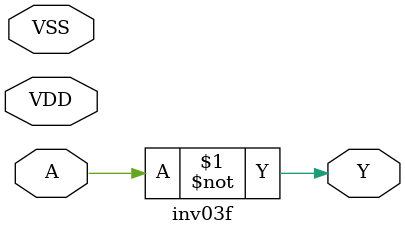
<source format=v>


module inv03f ( Y, VSS, VDD, A );

  input A;
  output Y;
  inout VDD;
  inout VSS;
  assign Y = ~A;
endmodule

</source>
